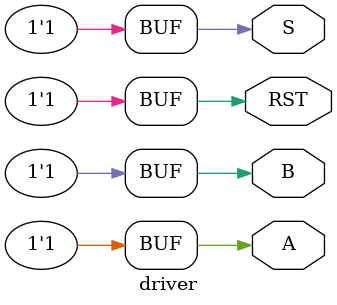
<source format=sv>
module driver(
    output reg A, B, S, RST
);
    initial
        for(int i=0; i<16; i++)
            {A, B, S, RST} = i;
endmodule
</source>
